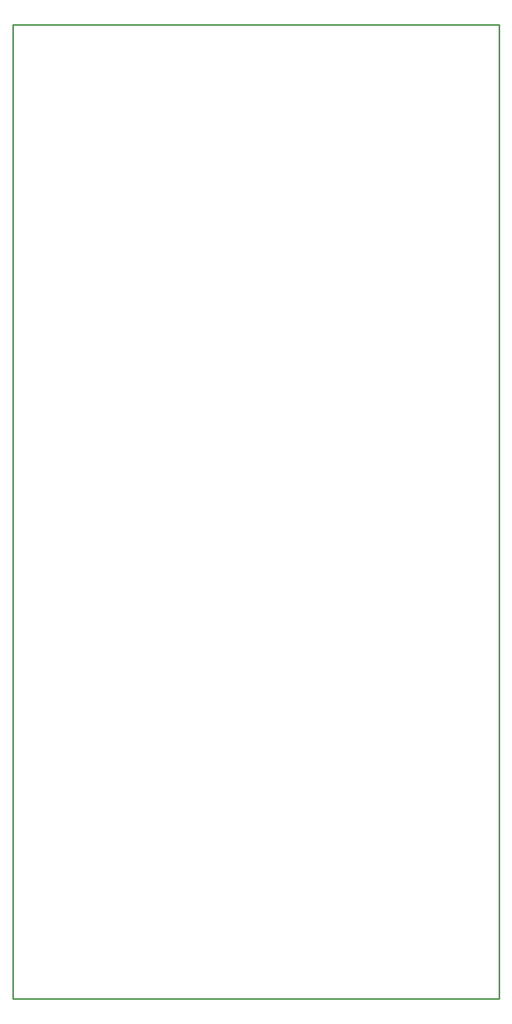
<source format=gm1>
G04*
G04 #@! TF.GenerationSoftware,Altium Limited,Altium Designer,19.1.8 (144)*
G04*
G04 Layer_Color=16711935*
%FSLAX25Y25*%
%MOIN*%
G70*
G01*
G75*
%ADD13C,0.01000*%
D13*
X0Y629921D02*
X0Y0D01*
X0Y629921D02*
X314961Y629921D01*
X314961Y0D01*
X0D02*
X314961D01*
X0Y629921D02*
X0Y0D01*
X0Y629921D02*
X314961Y629921D01*
X314961Y0D01*
X0D02*
X314961D01*
M02*

</source>
